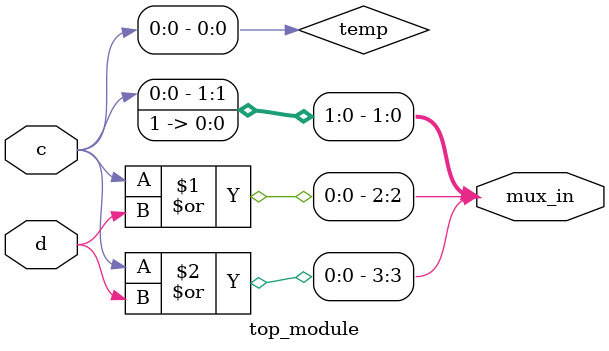
<source format=sv>
module top_module (
    input c,
    input d,
    output [3:0] mux_in
);

    wire [1:0] temp;

    assign mux_in[0] = 1;
    assign mux_in[1] = c;
    assign mux_in[2] = c | d;
    assign mux_in[3] = c | d;

    assign temp[0] = c;
    assign temp[1] = c | d;

endmodule

</source>
